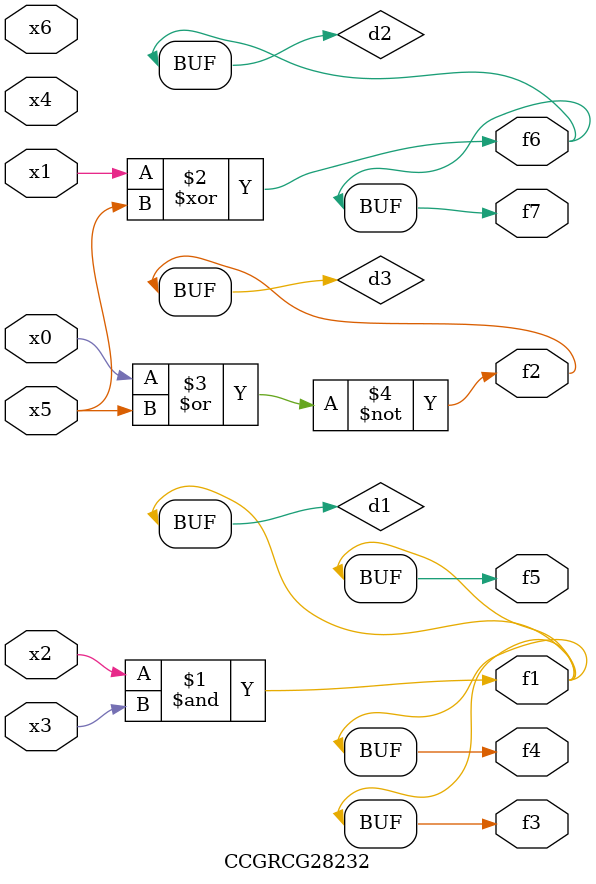
<source format=v>
module CCGRCG28232(
	input x0, x1, x2, x3, x4, x5, x6,
	output f1, f2, f3, f4, f5, f6, f7
);

	wire d1, d2, d3;

	and (d1, x2, x3);
	xor (d2, x1, x5);
	nor (d3, x0, x5);
	assign f1 = d1;
	assign f2 = d3;
	assign f3 = d1;
	assign f4 = d1;
	assign f5 = d1;
	assign f6 = d2;
	assign f7 = d2;
endmodule

</source>
